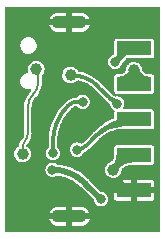
<source format=gbr>
%TF.GenerationSoftware,KiCad,Pcbnew,(6.0.5-0)*%
%TF.CreationDate,2025-01-27T20:14:51-05:00*%
%TF.ProjectId,PICOGAUGEADAPTER,5049434f-4741-4554-9745-414441505445,rev?*%
%TF.SameCoordinates,Original*%
%TF.FileFunction,Copper,L2,Bot*%
%TF.FilePolarity,Positive*%
%FSLAX46Y46*%
G04 Gerber Fmt 4.6, Leading zero omitted, Abs format (unit mm)*
G04 Created by KiCad (PCBNEW (6.0.5-0)) date 2025-01-27 20:14:51*
%MOMM*%
%LPD*%
G01*
G04 APERTURE LIST*
%TA.AperFunction,SMDPad,CuDef*%
%ADD10R,2.921000X1.270000*%
%TD*%
%TA.AperFunction,ComponentPad*%
%ADD11O,3.000000X1.100000*%
%TD*%
%TA.AperFunction,ViaPad*%
%ADD12C,0.800000*%
%TD*%
%TA.AperFunction,ViaPad*%
%ADD13C,1.000000*%
%TD*%
%TA.AperFunction,Conductor*%
%ADD14C,0.300000*%
%TD*%
%TA.AperFunction,Conductor*%
%ADD15C,0.500000*%
%TD*%
%TA.AperFunction,Conductor*%
%ADD16C,0.203200*%
%TD*%
G04 APERTURE END LIST*
D10*
%TO.P,J1,1,1*%
%TO.N,+12V*%
X161370000Y-85750002D03*
%TO.P,J1,2,2*%
%TO.N,ELM_RX*%
X161370000Y-88750001D03*
%TO.P,J1,3,3*%
%TO.N,ELM_TX*%
X161370000Y-91750000D03*
%TO.P,J1,4,4*%
%TO.N,+5V*%
X161370000Y-94749999D03*
%TO.P,J1,5,5*%
%TO.N,GND*%
X161370000Y-97749998D03*
D11*
%TO.P,J1,6,P1*%
X155900000Y-99965000D03*
%TO.P,J1,7,P2*%
X155900000Y-83535000D03*
%TD*%
D12*
%TO.N,GND*%
X159210500Y-93250795D03*
%TO.N,+12V*%
X159765000Y-86885000D03*
X154460000Y-96010000D03*
X158570000Y-98520000D03*
D13*
%TO.N,GND*%
X162500000Y-100090000D03*
X159420000Y-97300000D03*
X160570000Y-83110000D03*
X152010000Y-100360000D03*
X153140000Y-94650000D03*
X152430000Y-84250000D03*
X156680000Y-92970000D03*
D12*
%TO.N,+5V*%
X159950000Y-90410000D03*
D13*
X159610000Y-96010000D03*
X156000000Y-87996741D03*
%TO.N,ELM_RX*%
X161370000Y-87600000D03*
D12*
%TO.N,ELM_TX*%
X156531608Y-94309520D03*
%TO.N,/RP_RX*%
X154500000Y-94610000D03*
X157020000Y-90250000D03*
D13*
%TO.N,Net-(S1-Pad2)*%
X151930000Y-94670000D03*
X153096464Y-87506464D03*
%TD*%
D14*
%TO.N,ELM_TX*%
X158174903Y-93105097D02*
X158228923Y-93051077D01*
X161370000Y-91750014D02*
G75*
G03*
X158228923Y-93051077I0J-4442186D01*
G01*
X157700000Y-93580000D02*
X158174903Y-93105097D01*
X160360000Y-92200002D02*
G75*
G03*
X158174903Y-93105097I0J-3090198D01*
G01*
X157280810Y-93999191D02*
X157700000Y-93580000D01*
X157280803Y-93999184D02*
G75*
G02*
X156531608Y-94309520I-749203J749184D01*
G01*
D15*
%TO.N,+12V*%
X159765000Y-86885000D02*
X159695000Y-86955000D01*
X157191371Y-97141371D02*
X157330000Y-97280000D01*
X160567657Y-86082344D02*
X159765000Y-86885000D01*
X157330000Y-97280000D02*
X158570000Y-98520000D01*
X160567654Y-86082341D02*
G75*
G02*
X161370000Y-85750002I802346J-802359D01*
G01*
X157191362Y-97141380D02*
G75*
G03*
X154460000Y-96010000I-2731362J-2731320D01*
G01*
%TO.N,GND*%
X160345732Y-97325733D02*
X159940000Y-96920000D01*
X159420000Y-97300000D02*
X159739290Y-97300000D01*
X159420000Y-97300000D02*
X159662812Y-97300000D01*
X159420000Y-97300000D02*
X159701005Y-97018995D01*
X159662812Y-97300000D02*
X160416087Y-96546725D01*
X160345740Y-97325725D02*
G75*
G03*
X161370000Y-97749998I1024260J1024225D01*
G01*
X159860003Y-97250003D02*
G75*
G02*
X159739290Y-97300000I-120703J120703D01*
G01*
X160510010Y-96320000D02*
G75*
G02*
X160416087Y-96546725I-320610J0D01*
G01*
X159940000Y-96920003D02*
G75*
G03*
X159701005Y-97018995I0J-337997D01*
G01*
D14*
%TO.N,+5V*%
X159355000Y-89975000D02*
X159373726Y-89993726D01*
X159355000Y-89975000D02*
X158350244Y-88970244D01*
D15*
X159610000Y-96010000D02*
X159931385Y-95688615D01*
D14*
X159676863Y-90296863D02*
X159355000Y-89975000D01*
D15*
X160160000Y-94682183D02*
X160160000Y-94680000D01*
X160159992Y-94682183D02*
G75*
G02*
X159609999Y-96009999I-1877792J-17D01*
G01*
D14*
X159676858Y-90296868D02*
G75*
G03*
X159950000Y-90410000I273142J273168D01*
G01*
X156000000Y-87996745D02*
G75*
G02*
X158350244Y-88970244I0J-3323755D01*
G01*
X159920000Y-90219984D02*
G75*
G02*
X159373727Y-89993725I0J772584D01*
G01*
D15*
X161280000Y-95129992D02*
G75*
G03*
X159931385Y-95688615I0J-1907208D01*
G01*
%TO.N,ELM_RX*%
X161370000Y-88750001D02*
X161370000Y-87600000D01*
X161370000Y-87600000D02*
X160911127Y-88058873D01*
X161370000Y-87600000D02*
X161835944Y-88065944D01*
X161370000Y-88750001D02*
X160189999Y-88750001D01*
X160160000Y-88369986D02*
G75*
G03*
X160911127Y-88058873I0J1062286D01*
G01*
X162570000Y-88370003D02*
G75*
G02*
X161835944Y-88065944I0J1038103D01*
G01*
D14*
%TO.N,/RP_RX*%
X154500000Y-93680193D02*
X154500000Y-94610000D01*
X157020000Y-90250000D02*
X156600832Y-90250000D01*
X154499998Y-93680193D02*
G75*
G02*
X155780001Y-90590001I4370202J-7D01*
G01*
X155779990Y-90589990D02*
G75*
G02*
X156600832Y-90250000I820810J-820810D01*
G01*
D16*
%TO.N,Net-(S1-Pad2)*%
X153244521Y-88634521D02*
X153244521Y-87654521D01*
X153244521Y-87654521D02*
X153096464Y-87506464D01*
X152830000Y-89620000D02*
X152840793Y-89609207D01*
X151930000Y-94670000D02*
X151930000Y-94026274D01*
X152380000Y-92939879D02*
X152380000Y-90706396D01*
X152830001Y-89620001D02*
G75*
G03*
X152380000Y-90706396I1086399J-1086399D01*
G01*
X152379990Y-92939879D02*
G75*
G02*
X152089999Y-93639999I-990090J-21D01*
G01*
X152090008Y-93640008D02*
G75*
G03*
X151930000Y-94026274I386292J-386292D01*
G01*
X153244533Y-88634521D02*
G75*
G02*
X152840792Y-89609206I-1378433J21D01*
G01*
%TD*%
%TA.AperFunction,Conductor*%
%TO.N,GND*%
G36*
X163504831Y-82222913D02*
G01*
X163541376Y-82273213D01*
X163546300Y-82304300D01*
X163546300Y-101195700D01*
X163527087Y-101254831D01*
X163476787Y-101291376D01*
X163445700Y-101296300D01*
X150554300Y-101296300D01*
X150495169Y-101277087D01*
X150458624Y-101226787D01*
X150453700Y-101195700D01*
X150453700Y-100222498D01*
X154192278Y-100222498D01*
X154192361Y-100234426D01*
X154216103Y-100304167D01*
X154220863Y-100314282D01*
X154309487Y-100458338D01*
X154316364Y-100467140D01*
X154434696Y-100587978D01*
X154443362Y-100595046D01*
X154585525Y-100686663D01*
X154595535Y-100691632D01*
X154754465Y-100749477D01*
X154765329Y-100752106D01*
X154895921Y-100768603D01*
X154902228Y-100769000D01*
X155630067Y-100769000D01*
X155642957Y-100764812D01*
X155646000Y-100760623D01*
X155646000Y-100753067D01*
X156154000Y-100753067D01*
X156158188Y-100765957D01*
X156162377Y-100769000D01*
X156892544Y-100769000D01*
X156898143Y-100768687D01*
X157023660Y-100754608D01*
X157034567Y-100752130D01*
X157194280Y-100696512D01*
X157204365Y-100691680D01*
X157347791Y-100602058D01*
X157356556Y-100595110D01*
X157476563Y-100475939D01*
X157483566Y-100467228D01*
X157574189Y-100324430D01*
X157579090Y-100314382D01*
X157607708Y-100234011D01*
X157608017Y-100222955D01*
X157596400Y-100219000D01*
X156169933Y-100219000D01*
X156157043Y-100223188D01*
X156154000Y-100227377D01*
X156154000Y-100753067D01*
X155646000Y-100753067D01*
X155646000Y-100234933D01*
X155641812Y-100222043D01*
X155637623Y-100219000D01*
X154203043Y-100219000D01*
X154192278Y-100222498D01*
X150453700Y-100222498D01*
X150453700Y-99707045D01*
X154191983Y-99707045D01*
X154203600Y-99711000D01*
X155630067Y-99711000D01*
X155642957Y-99706812D01*
X155646000Y-99702623D01*
X155646000Y-99695067D01*
X156154000Y-99695067D01*
X156158188Y-99707957D01*
X156162377Y-99711000D01*
X157596957Y-99711000D01*
X157607722Y-99707502D01*
X157607639Y-99695574D01*
X157583897Y-99625833D01*
X157579137Y-99615718D01*
X157490513Y-99471662D01*
X157483636Y-99462860D01*
X157365304Y-99342022D01*
X157356638Y-99334954D01*
X157214475Y-99243337D01*
X157204465Y-99238368D01*
X157045535Y-99180523D01*
X157034671Y-99177894D01*
X156904079Y-99161397D01*
X156897772Y-99161000D01*
X156169933Y-99161000D01*
X156157043Y-99165188D01*
X156154000Y-99169377D01*
X156154000Y-99695067D01*
X155646000Y-99695067D01*
X155646000Y-99176933D01*
X155641812Y-99164043D01*
X155637623Y-99161000D01*
X154907456Y-99161000D01*
X154901857Y-99161313D01*
X154776340Y-99175392D01*
X154765433Y-99177870D01*
X154605720Y-99233488D01*
X154595635Y-99238320D01*
X154452209Y-99327942D01*
X154443444Y-99334890D01*
X154323437Y-99454061D01*
X154316434Y-99462772D01*
X154225811Y-99605570D01*
X154220910Y-99615618D01*
X154192292Y-99695989D01*
X154191983Y-99707045D01*
X150453700Y-99707045D01*
X150453700Y-96010000D01*
X153851091Y-96010000D01*
X153871839Y-96167597D01*
X153932669Y-96314454D01*
X154029436Y-96440564D01*
X154155545Y-96537331D01*
X154302403Y-96598161D01*
X154308939Y-96599021D01*
X154308941Y-96599022D01*
X154453460Y-96618048D01*
X154460000Y-96618909D01*
X154466540Y-96618048D01*
X154611059Y-96599022D01*
X154611061Y-96599021D01*
X154617597Y-96598161D01*
X154764455Y-96537331D01*
X154797922Y-96511651D01*
X154856529Y-96490896D01*
X154873922Y-96491950D01*
X154969529Y-96506132D01*
X155120179Y-96528479D01*
X155129862Y-96530405D01*
X155444795Y-96609292D01*
X155454243Y-96612158D01*
X155741356Y-96714890D01*
X155759930Y-96721536D01*
X155769047Y-96725313D01*
X155895622Y-96785179D01*
X156062538Y-96864125D01*
X156071245Y-96868779D01*
X156092033Y-96881239D01*
X156349724Y-97035695D01*
X156357915Y-97041168D01*
X156564964Y-97194728D01*
X156618697Y-97234580D01*
X156626328Y-97240843D01*
X156843045Y-97437266D01*
X156856719Y-97452462D01*
X156863320Y-97461498D01*
X156869001Y-97465865D01*
X156886443Y-97479273D01*
X156896267Y-97487896D01*
X157941905Y-98533534D01*
X157970509Y-98591538D01*
X157976630Y-98638033D01*
X157981839Y-98677597D01*
X158042669Y-98824454D01*
X158139436Y-98950564D01*
X158265545Y-99047331D01*
X158412403Y-99108161D01*
X158418939Y-99109021D01*
X158418941Y-99109022D01*
X158563460Y-99128048D01*
X158570000Y-99128909D01*
X158576540Y-99128048D01*
X158721059Y-99109022D01*
X158721061Y-99109021D01*
X158727597Y-99108161D01*
X158874455Y-99047331D01*
X159000564Y-98950564D01*
X159097331Y-98824454D01*
X159158161Y-98677597D01*
X159163644Y-98635954D01*
X159178048Y-98526540D01*
X159178909Y-98520000D01*
X159163779Y-98405076D01*
X159655501Y-98405076D01*
X159656465Y-98414859D01*
X159668304Y-98474384D01*
X159675742Y-98492343D01*
X159720871Y-98559883D01*
X159734615Y-98573627D01*
X159802157Y-98618757D01*
X159820111Y-98626194D01*
X159879631Y-98638033D01*
X159889430Y-98638998D01*
X161100067Y-98638998D01*
X161112957Y-98634810D01*
X161116000Y-98630621D01*
X161116000Y-98623064D01*
X161624000Y-98623064D01*
X161628188Y-98635954D01*
X161632377Y-98638997D01*
X162850578Y-98638997D01*
X162860361Y-98638033D01*
X162919886Y-98626194D01*
X162937845Y-98618756D01*
X163005385Y-98573627D01*
X163019129Y-98559883D01*
X163064259Y-98492341D01*
X163071696Y-98474387D01*
X163083535Y-98414867D01*
X163084500Y-98405068D01*
X163084500Y-98019931D01*
X163080312Y-98007041D01*
X163076123Y-98003998D01*
X161639933Y-98003998D01*
X161627043Y-98008186D01*
X161624000Y-98012375D01*
X161624000Y-98623064D01*
X161116000Y-98623064D01*
X161116000Y-98019931D01*
X161111812Y-98007041D01*
X161107623Y-98003998D01*
X159671434Y-98003998D01*
X159658544Y-98008186D01*
X159655501Y-98012375D01*
X159655501Y-98405076D01*
X159163779Y-98405076D01*
X159158161Y-98362403D01*
X159097331Y-98215546D01*
X159000564Y-98089436D01*
X158874455Y-97992669D01*
X158727597Y-97931839D01*
X158721061Y-97930979D01*
X158721059Y-97930978D01*
X158641538Y-97920509D01*
X158583534Y-97891905D01*
X158171694Y-97480065D01*
X159655500Y-97480065D01*
X159659688Y-97492955D01*
X159663877Y-97495998D01*
X161100067Y-97495998D01*
X161112957Y-97491810D01*
X161116000Y-97487621D01*
X161116000Y-97480065D01*
X161624000Y-97480065D01*
X161628188Y-97492955D01*
X161632377Y-97495998D01*
X163068566Y-97495998D01*
X163081456Y-97491810D01*
X163084499Y-97487621D01*
X163084499Y-97094920D01*
X163083535Y-97085137D01*
X163071696Y-97025612D01*
X163064258Y-97007653D01*
X163019129Y-96940113D01*
X163005385Y-96926369D01*
X162937843Y-96881239D01*
X162919889Y-96873802D01*
X162860369Y-96861963D01*
X162850570Y-96860998D01*
X161639933Y-96860998D01*
X161627043Y-96865186D01*
X161624000Y-96869375D01*
X161624000Y-97480065D01*
X161116000Y-97480065D01*
X161116000Y-96876932D01*
X161111812Y-96864042D01*
X161107623Y-96860999D01*
X159908114Y-96860999D01*
X159848983Y-96841786D01*
X159831403Y-96817589D01*
X159807597Y-96873399D01*
X159787679Y-96890913D01*
X159734615Y-96926369D01*
X159720871Y-96940113D01*
X159675741Y-97007655D01*
X159668304Y-97025609D01*
X159656465Y-97085129D01*
X159655500Y-97094928D01*
X159655500Y-97480065D01*
X158171694Y-97480065D01*
X157545077Y-96853448D01*
X157534261Y-96840660D01*
X157525563Y-96828443D01*
X157525562Y-96828442D01*
X157523308Y-96825276D01*
X157520597Y-96822498D01*
X157520593Y-96822493D01*
X157518204Y-96820045D01*
X157518201Y-96820043D01*
X157515486Y-96817260D01*
X157512372Y-96814926D01*
X157509451Y-96812363D01*
X157509481Y-96812329D01*
X157507241Y-96810471D01*
X157238817Y-96564502D01*
X157238814Y-96564500D01*
X157237194Y-96563015D01*
X157146934Y-96493755D01*
X156939907Y-96334895D01*
X156939897Y-96334888D01*
X156938165Y-96333559D01*
X156936321Y-96332384D01*
X156936315Y-96332380D01*
X156622117Y-96132211D01*
X156622109Y-96132206D01*
X156620275Y-96131038D01*
X156618344Y-96130033D01*
X156618334Y-96130027D01*
X156373508Y-96002577D01*
X158901171Y-96002577D01*
X158901836Y-96008601D01*
X158901836Y-96008605D01*
X158903266Y-96021553D01*
X158919861Y-96171871D01*
X158978394Y-96331819D01*
X158981780Y-96336858D01*
X159054166Y-96444580D01*
X159073390Y-96473189D01*
X159199366Y-96587818D01*
X159349048Y-96669089D01*
X159354918Y-96670629D01*
X159507928Y-96710770D01*
X159507931Y-96710770D01*
X159513796Y-96712309D01*
X159596710Y-96713612D01*
X159678033Y-96714890D01*
X159678035Y-96714890D01*
X159684097Y-96714985D01*
X159690006Y-96713632D01*
X159690012Y-96713631D01*
X159709331Y-96709206D01*
X159771259Y-96714733D01*
X159812438Y-96750656D01*
X159812438Y-96729312D01*
X159848983Y-96679012D01*
X159862913Y-96670526D01*
X159978965Y-96612158D01*
X160002282Y-96600431D01*
X160006894Y-96596492D01*
X160006897Y-96596490D01*
X160127184Y-96493755D01*
X160131796Y-96489816D01*
X160170946Y-96435333D01*
X160227649Y-96356423D01*
X160227651Y-96356420D01*
X160231186Y-96351500D01*
X160294714Y-96193469D01*
X160303433Y-96132211D01*
X160318248Y-96028111D01*
X160318713Y-96024845D01*
X160318868Y-96010000D01*
X160318472Y-96006724D01*
X160318291Y-96003450D01*
X160319957Y-96003358D01*
X160330766Y-95948312D01*
X160352328Y-95921618D01*
X160390197Y-95888407D01*
X160400620Y-95880408D01*
X160547763Y-95782089D01*
X160559148Y-95775516D01*
X160717844Y-95697254D01*
X160730001Y-95692218D01*
X160764002Y-95680676D01*
X160897560Y-95635338D01*
X160910265Y-95631934D01*
X161083806Y-95597414D01*
X161096853Y-95595696D01*
X161200331Y-95588914D01*
X161206910Y-95588699D01*
X162850564Y-95588699D01*
X162909980Y-95576880D01*
X162977360Y-95531859D01*
X163022381Y-95464479D01*
X163034200Y-95405063D01*
X163034200Y-94094935D01*
X163022381Y-94035519D01*
X162977360Y-93968139D01*
X162909980Y-93923118D01*
X162850564Y-93911299D01*
X159889436Y-93911299D01*
X159830020Y-93923118D01*
X159762640Y-93968139D01*
X159717619Y-94035519D01*
X159705800Y-94094935D01*
X159705800Y-94642273D01*
X159704602Y-94657747D01*
X159701669Y-94676587D01*
X159702598Y-94683688D01*
X159703714Y-94692224D01*
X159704348Y-94711848D01*
X159694541Y-94861494D01*
X159692823Y-94874540D01*
X159660841Y-95035333D01*
X159659055Y-95044310D01*
X159655651Y-95057014D01*
X159600014Y-95220920D01*
X159594978Y-95233078D01*
X159584073Y-95255191D01*
X159540689Y-95299727D01*
X159517333Y-95308517D01*
X159362908Y-95345591D01*
X159357522Y-95348371D01*
X159357519Y-95348372D01*
X159247683Y-95405063D01*
X159211557Y-95423709D01*
X159164821Y-95464479D01*
X159087780Y-95531686D01*
X159087778Y-95531689D01*
X159083208Y-95535675D01*
X159079720Y-95540638D01*
X159079719Y-95540639D01*
X159040722Y-95596127D01*
X158985272Y-95675024D01*
X158983069Y-95680673D01*
X158983068Y-95680676D01*
X158931832Y-95812090D01*
X158923402Y-95833712D01*
X158901171Y-96002577D01*
X156373508Y-96002577D01*
X156287900Y-95958012D01*
X156287896Y-95958010D01*
X156285944Y-95956994D01*
X155937716Y-95812752D01*
X155819620Y-95775516D01*
X155580329Y-95700067D01*
X155580322Y-95700065D01*
X155578241Y-95699409D01*
X155576102Y-95698935D01*
X155576099Y-95698934D01*
X155212414Y-95618306D01*
X155212405Y-95618304D01*
X155210256Y-95617828D01*
X155208073Y-95617541D01*
X155208064Y-95617539D01*
X154911473Y-95578491D01*
X154863363Y-95558564D01*
X154764455Y-95482669D01*
X154617597Y-95421839D01*
X154611061Y-95420979D01*
X154611059Y-95420978D01*
X154545688Y-95412372D01*
X154489571Y-95385606D01*
X154478385Y-95365004D01*
X154449183Y-95395776D01*
X154414312Y-95407106D01*
X154392990Y-95409913D01*
X154308941Y-95420978D01*
X154308939Y-95420979D01*
X154302403Y-95421839D01*
X154222922Y-95454761D01*
X154161636Y-95480146D01*
X154161633Y-95480148D01*
X154155546Y-95482669D01*
X154029436Y-95579436D01*
X153932669Y-95705546D01*
X153871839Y-95852403D01*
X153851091Y-96010000D01*
X150453700Y-96010000D01*
X150453700Y-94662577D01*
X151221171Y-94662577D01*
X151221836Y-94668601D01*
X151221836Y-94668605D01*
X151229150Y-94734853D01*
X151239861Y-94831871D01*
X151298394Y-94991819D01*
X151301780Y-94996858D01*
X151342208Y-95057021D01*
X151393390Y-95133189D01*
X151519366Y-95247818D01*
X151669048Y-95329089D01*
X151674918Y-95330629D01*
X151827928Y-95370770D01*
X151827931Y-95370770D01*
X151833796Y-95372309D01*
X151916710Y-95373612D01*
X151998033Y-95374890D01*
X151998035Y-95374890D01*
X152004097Y-95374985D01*
X152010008Y-95373631D01*
X152010010Y-95373631D01*
X152164210Y-95338314D01*
X152164213Y-95338313D01*
X152170120Y-95336960D01*
X152322282Y-95260431D01*
X152326894Y-95256492D01*
X152326897Y-95256490D01*
X152447184Y-95153755D01*
X152451796Y-95149816D01*
X152527610Y-95044310D01*
X152547649Y-95016423D01*
X152547651Y-95016420D01*
X152551186Y-95011500D01*
X152614714Y-94853469D01*
X152626069Y-94773689D01*
X152634870Y-94711848D01*
X152638713Y-94684845D01*
X152638868Y-94670000D01*
X152631607Y-94610000D01*
X153891091Y-94610000D01*
X153891952Y-94616540D01*
X153908746Y-94744100D01*
X153911839Y-94767597D01*
X153938462Y-94831871D01*
X153953457Y-94868071D01*
X153972669Y-94914454D01*
X154069436Y-95040564D01*
X154195545Y-95137331D01*
X154342403Y-95198161D01*
X154348939Y-95199021D01*
X154348941Y-95199022D01*
X154414312Y-95207628D01*
X154470429Y-95234394D01*
X154481615Y-95254996D01*
X154510817Y-95224224D01*
X154545688Y-95212894D01*
X154585688Y-95207628D01*
X154651059Y-95199022D01*
X154651061Y-95199021D01*
X154657597Y-95198161D01*
X154804455Y-95137331D01*
X154930564Y-95040564D01*
X155027331Y-94914454D01*
X155046544Y-94868071D01*
X155061538Y-94831871D01*
X155088161Y-94767597D01*
X155091255Y-94744100D01*
X155108048Y-94616540D01*
X155108909Y-94610000D01*
X155094392Y-94499731D01*
X155089022Y-94458941D01*
X155089021Y-94458939D01*
X155088161Y-94452403D01*
X155053247Y-94368112D01*
X155029854Y-94311636D01*
X155029852Y-94311633D01*
X155027331Y-94305546D01*
X154930564Y-94179436D01*
X154893058Y-94150657D01*
X154857843Y-94099419D01*
X154853700Y-94070846D01*
X154853700Y-93715952D01*
X154854939Y-93700215D01*
X154856871Y-93688018D01*
X154856871Y-93688011D01*
X154858109Y-93680194D01*
X154856235Y-93668360D01*
X154855093Y-93648242D01*
X154860510Y-93524188D01*
X154868792Y-93334510D01*
X154869556Y-93325777D01*
X154871447Y-93311418D01*
X154912082Y-93002769D01*
X154914146Y-92987092D01*
X154915670Y-92978449D01*
X154954287Y-92804257D01*
X154989609Y-92644930D01*
X154991874Y-92636475D01*
X155094605Y-92310655D01*
X155097606Y-92302411D01*
X155131240Y-92221211D01*
X155228334Y-91986806D01*
X155232042Y-91978854D01*
X155389781Y-91675842D01*
X155394169Y-91668242D01*
X155577716Y-91380131D01*
X155582750Y-91372942D01*
X155707732Y-91210062D01*
X155790707Y-91101927D01*
X155796347Y-91095205D01*
X155796594Y-91094936D01*
X156008506Y-90863674D01*
X156023545Y-90850251D01*
X156026815Y-90847875D01*
X156033221Y-90843221D01*
X156037875Y-90836816D01*
X156039861Y-90834830D01*
X156053373Y-90820214D01*
X156120382Y-90762982D01*
X156133150Y-90753705D01*
X156227645Y-90695799D01*
X156241700Y-90688638D01*
X156344089Y-90646228D01*
X156359104Y-90641350D01*
X156464674Y-90616007D01*
X156526657Y-90620886D01*
X156567969Y-90652588D01*
X156585419Y-90675330D01*
X156585422Y-90675333D01*
X156589436Y-90680564D01*
X156715545Y-90777331D01*
X156862403Y-90838161D01*
X156868939Y-90839021D01*
X156868941Y-90839022D01*
X157013460Y-90858048D01*
X157020000Y-90858909D01*
X157026540Y-90858048D01*
X157171059Y-90839022D01*
X157171061Y-90839021D01*
X157177597Y-90838161D01*
X157324455Y-90777331D01*
X157450564Y-90680564D01*
X157454702Y-90675172D01*
X157505890Y-90608461D01*
X157547331Y-90554454D01*
X157608161Y-90407597D01*
X157616793Y-90342035D01*
X157628048Y-90256540D01*
X157628909Y-90250000D01*
X157620374Y-90185169D01*
X157609022Y-90098941D01*
X157609021Y-90098939D01*
X157608161Y-90092403D01*
X157569927Y-90000097D01*
X157549854Y-89951636D01*
X157549852Y-89951633D01*
X157547331Y-89945546D01*
X157450564Y-89819436D01*
X157324455Y-89722669D01*
X157177597Y-89661839D01*
X157171061Y-89660979D01*
X157171059Y-89660978D01*
X157026540Y-89641952D01*
X157020000Y-89641091D01*
X157013460Y-89641952D01*
X156868941Y-89660978D01*
X156868939Y-89660979D01*
X156862403Y-89661839D01*
X156778112Y-89696753D01*
X156721636Y-89720146D01*
X156721633Y-89720148D01*
X156715546Y-89722669D01*
X156589436Y-89819436D01*
X156557104Y-89861572D01*
X156505868Y-89896786D01*
X156483873Y-89900714D01*
X156402728Y-89906030D01*
X156399495Y-89906673D01*
X156211241Y-89944115D01*
X156211238Y-89944116D01*
X156208004Y-89944759D01*
X156204885Y-89945818D01*
X156204884Y-89945818D01*
X156023115Y-90007517D01*
X156023111Y-90007519D01*
X156020002Y-90008574D01*
X155933109Y-90051423D01*
X155844889Y-90094927D01*
X155844886Y-90094929D01*
X155841937Y-90096383D01*
X155839204Y-90098209D01*
X155839199Y-90098212D01*
X155828223Y-90105546D01*
X155676858Y-90206684D01*
X155674379Y-90208858D01*
X155540356Y-90326392D01*
X155533192Y-90332116D01*
X155533180Y-90332128D01*
X155526779Y-90336779D01*
X155522960Y-90342035D01*
X155520158Y-90345066D01*
X155520133Y-90345079D01*
X155519291Y-90345956D01*
X155518934Y-90346390D01*
X155408840Y-90465490D01*
X155275346Y-90609903D01*
X155045535Y-90901416D01*
X154839305Y-91210062D01*
X154657926Y-91533936D01*
X154502518Y-91871043D01*
X154501841Y-91872877D01*
X154501836Y-91872890D01*
X154418456Y-92098900D01*
X154374037Y-92219303D01*
X154373499Y-92221211D01*
X154282497Y-92543881D01*
X154273277Y-92576571D01*
X154272891Y-92578512D01*
X154272889Y-92578520D01*
X154263867Y-92623876D01*
X154200858Y-92940643D01*
X154157227Y-93309274D01*
X154143137Y-93667868D01*
X154143083Y-93668411D01*
X154143064Y-93669380D01*
X154143074Y-93669456D01*
X154142904Y-93673794D01*
X154141891Y-93680192D01*
X154143129Y-93688009D01*
X154143129Y-93688015D01*
X154145061Y-93700213D01*
X154146300Y-93715950D01*
X154146300Y-94070846D01*
X154127087Y-94129977D01*
X154106942Y-94150657D01*
X154069436Y-94179436D01*
X153972669Y-94305546D01*
X153970148Y-94311633D01*
X153970146Y-94311636D01*
X153946753Y-94368112D01*
X153911839Y-94452403D01*
X153910979Y-94458939D01*
X153910978Y-94458941D01*
X153905608Y-94499731D01*
X153891091Y-94610000D01*
X152631607Y-94610000D01*
X152618406Y-94500911D01*
X152613549Y-94488056D01*
X152560346Y-94347260D01*
X152560345Y-94347259D01*
X152558201Y-94341584D01*
X152461730Y-94201217D01*
X152371087Y-94120457D01*
X152339090Y-94091949D01*
X152339089Y-94091948D01*
X152334561Y-94087914D01*
X152298667Y-94068909D01*
X152255399Y-94024260D01*
X152246639Y-93962706D01*
X152252800Y-93941501D01*
X152262522Y-93918032D01*
X152275649Y-93895294D01*
X152287092Y-93880381D01*
X152296692Y-93871399D01*
X152295776Y-93870483D01*
X152302001Y-93864258D01*
X152309210Y-93859210D01*
X152313412Y-93853209D01*
X152315536Y-93850722D01*
X152315954Y-93850304D01*
X152316548Y-93849537D01*
X152359125Y-93799686D01*
X152441137Y-93703661D01*
X152450725Y-93688015D01*
X152545611Y-93533173D01*
X152545613Y-93533168D01*
X152547675Y-93529804D01*
X152601383Y-93400138D01*
X152624193Y-93345069D01*
X152624195Y-93345064D01*
X152625704Y-93341420D01*
X152671485Y-93150718D01*
X152672380Y-93146991D01*
X152672381Y-93146987D01*
X152673302Y-93143149D01*
X152678037Y-93082967D01*
X152684348Y-93002769D01*
X152684756Y-93000214D01*
X152684673Y-93000206D01*
X152685060Y-92996258D01*
X152685300Y-92993811D01*
X152685300Y-92991350D01*
X152685316Y-92991023D01*
X152685506Y-92988044D01*
X152686869Y-92970724D01*
X152688343Y-92951990D01*
X152688483Y-92950892D01*
X152688483Y-92950211D01*
X152688721Y-92947186D01*
X152690010Y-92939872D01*
X152686829Y-92921833D01*
X152685300Y-92904363D01*
X152685300Y-90741912D01*
X152686828Y-90724443D01*
X152688482Y-90715063D01*
X152690010Y-90706397D01*
X152688482Y-90697730D01*
X152688482Y-90690246D01*
X152687758Y-90675172D01*
X152699836Y-90521701D01*
X152702306Y-90506109D01*
X152743707Y-90333666D01*
X152748585Y-90318653D01*
X152816452Y-90154806D01*
X152823619Y-90140740D01*
X152849234Y-90098941D01*
X152916282Y-89989530D01*
X152925559Y-89976760D01*
X153025545Y-89859692D01*
X153036691Y-89849568D01*
X153042000Y-89844259D01*
X153049210Y-89839210D01*
X153053653Y-89832864D01*
X153060002Y-89828419D01*
X153065053Y-89821206D01*
X153066411Y-89819848D01*
X153069401Y-89816039D01*
X153202581Y-89664180D01*
X153202583Y-89664177D01*
X153204753Y-89661703D01*
X153206580Y-89658969D01*
X153325549Y-89480922D01*
X153325552Y-89480917D01*
X153327376Y-89478187D01*
X153338928Y-89454763D01*
X153423541Y-89283190D01*
X153423543Y-89283186D01*
X153424997Y-89280237D01*
X153437004Y-89244869D01*
X153494888Y-89074354D01*
X153495946Y-89071238D01*
X153539007Y-88854766D01*
X153552444Y-88649809D01*
X153553003Y-88645174D01*
X153553003Y-88643191D01*
X153554531Y-88634526D01*
X153551349Y-88616478D01*
X153549821Y-88599011D01*
X153549821Y-88091109D01*
X153569034Y-88031978D01*
X153585087Y-88014612D01*
X153613648Y-87990219D01*
X153614703Y-87989318D01*
X155291171Y-87989318D01*
X155291836Y-87995342D01*
X155291836Y-87995346D01*
X155302296Y-88090087D01*
X155309861Y-88158612D01*
X155368394Y-88318560D01*
X155371780Y-88323599D01*
X155434958Y-88417618D01*
X155463390Y-88459930D01*
X155589366Y-88574559D01*
X155594693Y-88577451D01*
X155594694Y-88577452D01*
X155601422Y-88581105D01*
X155739048Y-88655830D01*
X155744918Y-88657370D01*
X155897928Y-88697511D01*
X155897931Y-88697511D01*
X155903796Y-88699050D01*
X155986710Y-88700353D01*
X156068033Y-88701631D01*
X156068035Y-88701631D01*
X156074097Y-88701726D01*
X156080008Y-88700372D01*
X156080010Y-88700372D01*
X156234210Y-88665055D01*
X156234213Y-88665054D01*
X156240120Y-88663701D01*
X156392282Y-88587172D01*
X156396894Y-88583233D01*
X156396897Y-88583231D01*
X156517184Y-88480496D01*
X156521796Y-88476557D01*
X156532765Y-88461292D01*
X156582873Y-88424484D01*
X156638903Y-88422411D01*
X156794124Y-88461292D01*
X156857368Y-88477134D01*
X156866815Y-88480000D01*
X157131933Y-88574861D01*
X157141049Y-88578636D01*
X157395611Y-88699034D01*
X157404293Y-88703674D01*
X157645835Y-88848448D01*
X157654039Y-88853930D01*
X157711615Y-88896631D01*
X157880206Y-89021666D01*
X157887835Y-89027927D01*
X157935622Y-89071238D01*
X158076670Y-89199076D01*
X158090498Y-89214485D01*
X158097023Y-89223466D01*
X158113425Y-89235382D01*
X158125420Y-89245628D01*
X159064962Y-90185169D01*
X159064967Y-90185175D01*
X159098350Y-90218558D01*
X159108599Y-90230558D01*
X159115861Y-90240552D01*
X159115863Y-90240554D01*
X159120517Y-90246959D01*
X159126921Y-90251611D01*
X159126950Y-90251640D01*
X159133048Y-90256446D01*
X159151891Y-90272538D01*
X159157695Y-90277903D01*
X159324722Y-90444930D01*
X159353326Y-90502933D01*
X159357983Y-90538312D01*
X159360109Y-90554454D01*
X159361839Y-90567597D01*
X159378956Y-90608921D01*
X159419332Y-90706397D01*
X159422669Y-90714454D01*
X159519436Y-90840564D01*
X159645545Y-90937331D01*
X159653900Y-90940792D01*
X159655232Y-90941929D01*
X159657348Y-90943151D01*
X159657122Y-90943543D01*
X159701178Y-90981169D01*
X159715693Y-91041625D01*
X159714070Y-91053361D01*
X159705800Y-91094936D01*
X159705800Y-91624200D01*
X159686587Y-91683331D01*
X159640020Y-91718581D01*
X159589266Y-91737305D01*
X159535155Y-91757267D01*
X159535145Y-91757271D01*
X159533294Y-91757954D01*
X159191052Y-91915728D01*
X158862244Y-92099867D01*
X158548897Y-92309237D01*
X158547347Y-92310459D01*
X158547340Y-92310464D01*
X158547094Y-92310658D01*
X158252942Y-92542546D01*
X157984925Y-92790293D01*
X157984852Y-92790354D01*
X157984650Y-92790548D01*
X157980577Y-92794313D01*
X157975704Y-92797854D01*
X157971052Y-92804257D01*
X157970323Y-92805260D01*
X157956495Y-92820667D01*
X157929788Y-92844873D01*
X157929787Y-92844875D01*
X157923601Y-92850481D01*
X157921682Y-92851875D01*
X157917027Y-92858282D01*
X157909769Y-92868272D01*
X157899517Y-92880276D01*
X157489825Y-93289968D01*
X157055987Y-93723807D01*
X157043990Y-93734054D01*
X157027585Y-93745973D01*
X157022931Y-93752379D01*
X157017331Y-93757979D01*
X157017182Y-93757830D01*
X157007415Y-93768191D01*
X156977522Y-93792724D01*
X156919624Y-93815385D01*
X156859465Y-93799686D01*
X156852463Y-93794772D01*
X156841295Y-93786203D01*
X156841292Y-93786201D01*
X156836063Y-93782189D01*
X156829976Y-93779668D01*
X156829973Y-93779666D01*
X156708625Y-93729403D01*
X156689205Y-93721359D01*
X156682669Y-93720499D01*
X156682667Y-93720498D01*
X156538148Y-93701472D01*
X156531608Y-93700611D01*
X156525068Y-93701472D01*
X156380549Y-93720498D01*
X156380547Y-93720499D01*
X156374011Y-93721359D01*
X156289720Y-93756273D01*
X156233244Y-93779666D01*
X156233241Y-93779668D01*
X156227154Y-93782189D01*
X156101044Y-93878956D01*
X156004277Y-94005066D01*
X156001756Y-94011153D01*
X156001754Y-94011156D01*
X155979972Y-94063743D01*
X155943447Y-94151923D01*
X155942587Y-94158459D01*
X155942586Y-94158461D01*
X155928647Y-94264342D01*
X155922699Y-94309520D01*
X155923560Y-94316060D01*
X155942371Y-94458941D01*
X155943447Y-94467117D01*
X156004277Y-94613974D01*
X156101044Y-94740084D01*
X156227153Y-94836851D01*
X156374011Y-94897681D01*
X156380547Y-94898541D01*
X156380549Y-94898542D01*
X156525068Y-94917568D01*
X156531608Y-94918429D01*
X156538148Y-94917568D01*
X156682667Y-94898542D01*
X156682669Y-94898541D01*
X156689205Y-94897681D01*
X156836063Y-94836851D01*
X156962172Y-94740084D01*
X157058939Y-94613974D01*
X157069597Y-94588243D01*
X157109976Y-94540966D01*
X157118044Y-94536517D01*
X157236789Y-94477957D01*
X157236791Y-94477956D01*
X157239739Y-94476502D01*
X157393773Y-94373578D01*
X157482270Y-94295967D01*
X157486359Y-94292880D01*
X157487002Y-94292571D01*
X157490985Y-94289223D01*
X157495974Y-94284234D01*
X157500778Y-94279735D01*
X157518330Y-94264342D01*
X157525528Y-94258590D01*
X157527630Y-94257063D01*
X157527631Y-94257062D01*
X157534035Y-94252409D01*
X157545949Y-94236011D01*
X157556201Y-94224007D01*
X158399726Y-93380482D01*
X158411730Y-93370230D01*
X158421717Y-93362974D01*
X158428124Y-93358319D01*
X158434031Y-93350189D01*
X158448378Y-93334315D01*
X158453058Y-93330133D01*
X158481195Y-93304987D01*
X158481333Y-93305141D01*
X158482906Y-93304338D01*
X158482469Y-93303849D01*
X158649615Y-93154479D01*
X158658435Y-93147446D01*
X158659077Y-93146991D01*
X158809428Y-93040311D01*
X158899484Y-92976413D01*
X158909036Y-92970410D01*
X159093842Y-92868272D01*
X159167743Y-92827428D01*
X159177904Y-92822536D01*
X159450977Y-92709426D01*
X159461619Y-92705702D01*
X159745648Y-92623874D01*
X159756630Y-92621367D01*
X159940530Y-92590121D01*
X159957382Y-92588700D01*
X162850564Y-92588700D01*
X162909980Y-92576881D01*
X162977360Y-92531860D01*
X163022381Y-92464480D01*
X163034200Y-92405064D01*
X163034200Y-91094936D01*
X163022381Y-91035520D01*
X162977360Y-90968140D01*
X162909980Y-90923119D01*
X162850564Y-90911300D01*
X160530283Y-90911300D01*
X160471152Y-90892087D01*
X160434607Y-90841787D01*
X160434607Y-90779613D01*
X160450471Y-90749459D01*
X160456263Y-90741910D01*
X160477331Y-90714454D01*
X160480669Y-90706397D01*
X160521044Y-90608921D01*
X160538161Y-90567597D01*
X160539892Y-90554454D01*
X160558048Y-90416540D01*
X160558909Y-90410000D01*
X160550535Y-90346390D01*
X160539022Y-90258941D01*
X160539021Y-90258939D01*
X160538161Y-90252403D01*
X160477331Y-90105546D01*
X160402111Y-90007517D01*
X160384578Y-89984667D01*
X160384577Y-89984666D01*
X160380564Y-89979436D01*
X160254455Y-89882669D01*
X160107597Y-89821839D01*
X160101061Y-89820979D01*
X160101059Y-89820978D01*
X159956540Y-89801952D01*
X159950000Y-89801091D01*
X159792403Y-89821839D01*
X159791918Y-89822040D01*
X159732391Y-89818921D01*
X159721022Y-89813725D01*
X159696029Y-89800367D01*
X159679634Y-89789413D01*
X159669177Y-89780832D01*
X159647127Y-89762737D01*
X159637333Y-89752350D01*
X159637187Y-89752496D01*
X159631588Y-89746897D01*
X159626935Y-89740493D01*
X159620533Y-89735842D01*
X159620531Y-89735840D01*
X159610545Y-89728586D01*
X159598538Y-89718331D01*
X158625630Y-88745423D01*
X158615378Y-88733419D01*
X158608120Y-88723429D01*
X158603465Y-88717022D01*
X158597059Y-88712368D01*
X158594805Y-88710114D01*
X158592778Y-88708458D01*
X158587563Y-88703679D01*
X158366068Y-88500717D01*
X158269548Y-88426655D01*
X159705150Y-88426655D01*
X159705731Y-88428787D01*
X159705800Y-88429894D01*
X159705800Y-89405065D01*
X159717619Y-89464481D01*
X159762640Y-89531861D01*
X159830020Y-89576882D01*
X159889436Y-89588701D01*
X162850564Y-89588701D01*
X162909980Y-89576882D01*
X162977360Y-89531861D01*
X163022381Y-89464481D01*
X163034200Y-89405065D01*
X163034200Y-88094937D01*
X163022381Y-88035521D01*
X162977360Y-87968141D01*
X162909980Y-87923120D01*
X162850564Y-87911301D01*
X162524157Y-87911301D01*
X162514298Y-87910817D01*
X162465844Y-87906045D01*
X162446505Y-87902198D01*
X162355838Y-87874693D01*
X162337618Y-87867146D01*
X162254059Y-87822482D01*
X162237662Y-87811525D01*
X162183449Y-87767033D01*
X162173481Y-87756487D01*
X162173228Y-87756734D01*
X162168222Y-87751604D01*
X162163995Y-87745818D01*
X162140870Y-87728041D01*
X162131047Y-87719419D01*
X162107500Y-87695872D01*
X162079274Y-87640474D01*
X162078340Y-87617467D01*
X162078713Y-87614845D01*
X162078868Y-87600000D01*
X162063519Y-87473161D01*
X162059135Y-87436933D01*
X162059134Y-87436931D01*
X162058406Y-87430911D01*
X162053549Y-87418056D01*
X162000346Y-87277260D01*
X162000345Y-87277259D01*
X161998201Y-87271584D01*
X161901730Y-87131217D01*
X161774561Y-87017914D01*
X161624036Y-86938215D01*
X161458845Y-86896722D01*
X161452788Y-86896690D01*
X161452786Y-86896690D01*
X161369622Y-86896255D01*
X161288525Y-86895830D01*
X161282629Y-86897246D01*
X161282625Y-86897246D01*
X161128806Y-86934175D01*
X161122908Y-86935591D01*
X161117522Y-86938371D01*
X161117519Y-86938372D01*
X160976945Y-87010928D01*
X160971557Y-87013709D01*
X160938442Y-87042597D01*
X160847780Y-87121686D01*
X160847778Y-87121689D01*
X160843208Y-87125675D01*
X160839720Y-87130638D01*
X160839719Y-87130639D01*
X160798383Y-87189454D01*
X160745272Y-87265024D01*
X160743069Y-87270673D01*
X160743068Y-87270676D01*
X160687839Y-87412331D01*
X160683402Y-87423712D01*
X160661171Y-87592577D01*
X160661836Y-87598601D01*
X160661836Y-87598602D01*
X160663289Y-87611768D01*
X160650679Y-87672650D01*
X160634431Y-87693940D01*
X160620816Y-87707555D01*
X160609023Y-87717654D01*
X160591008Y-87730814D01*
X160586643Y-87736492D01*
X160584141Y-87739747D01*
X160568202Y-87756200D01*
X160505758Y-87807444D01*
X160489361Y-87818400D01*
X160481724Y-87822482D01*
X160401624Y-87865294D01*
X160383411Y-87872838D01*
X160308035Y-87895702D01*
X160288206Y-87901717D01*
X160268865Y-87905564D01*
X160215527Y-87910817D01*
X160205667Y-87911301D01*
X159889436Y-87911301D01*
X159830020Y-87923120D01*
X159762640Y-87968141D01*
X159717619Y-88035521D01*
X159705800Y-88094937D01*
X159705800Y-88390267D01*
X159705783Y-88392110D01*
X159705316Y-88417618D01*
X159705150Y-88426655D01*
X158269548Y-88426655D01*
X158113048Y-88306569D01*
X158113041Y-88306564D01*
X158111305Y-88305232D01*
X157840474Y-88132694D01*
X157782739Y-88102639D01*
X157557591Y-87985435D01*
X157557587Y-87985433D01*
X157555635Y-87984417D01*
X157381446Y-87912266D01*
X157260996Y-87862374D01*
X157260993Y-87862373D01*
X157258958Y-87861530D01*
X156952699Y-87764967D01*
X156950560Y-87764493D01*
X156950557Y-87764492D01*
X156686918Y-87706045D01*
X156633347Y-87674490D01*
X156625785Y-87664810D01*
X156622329Y-87659781D01*
X156531730Y-87527958D01*
X156467394Y-87470637D01*
X156409090Y-87418690D01*
X156409089Y-87418689D01*
X156404561Y-87414655D01*
X156254036Y-87334956D01*
X156088845Y-87293463D01*
X156082788Y-87293431D01*
X156082786Y-87293431D01*
X155999622Y-87292996D01*
X155918525Y-87292571D01*
X155912629Y-87293987D01*
X155912625Y-87293987D01*
X155785447Y-87324520D01*
X155752908Y-87332332D01*
X155747522Y-87335112D01*
X155747519Y-87335113D01*
X155606945Y-87407669D01*
X155601557Y-87410450D01*
X155584604Y-87425239D01*
X155477780Y-87518427D01*
X155477778Y-87518430D01*
X155473208Y-87522416D01*
X155469720Y-87527379D01*
X155469719Y-87527380D01*
X155378760Y-87656802D01*
X155375272Y-87661765D01*
X155373069Y-87667414D01*
X155373068Y-87667417D01*
X155315607Y-87814797D01*
X155313402Y-87820453D01*
X155291171Y-87989318D01*
X153614703Y-87989318D01*
X153618260Y-87986280D01*
X153665034Y-87921187D01*
X153714113Y-87852887D01*
X153714115Y-87852884D01*
X153717650Y-87847964D01*
X153761153Y-87739747D01*
X153778916Y-87695561D01*
X153778917Y-87695558D01*
X153781178Y-87689933D01*
X153782534Y-87680410D01*
X153804712Y-87524575D01*
X153805177Y-87521309D01*
X153805332Y-87506464D01*
X153784870Y-87337375D01*
X153782430Y-87330916D01*
X153726810Y-87183724D01*
X153726809Y-87183723D01*
X153724665Y-87178048D01*
X153628194Y-87037681D01*
X153516732Y-86938372D01*
X153505554Y-86928413D01*
X153505553Y-86928412D01*
X153501025Y-86924378D01*
X153426653Y-86885000D01*
X159156091Y-86885000D01*
X159156952Y-86891540D01*
X159175661Y-87033646D01*
X159176839Y-87042597D01*
X159209599Y-87121686D01*
X159228172Y-87166525D01*
X159237669Y-87189454D01*
X159309259Y-87282753D01*
X159316818Y-87292603D01*
X159334436Y-87315564D01*
X159460545Y-87412331D01*
X159607403Y-87473161D01*
X159613939Y-87474021D01*
X159613941Y-87474022D01*
X159758460Y-87493048D01*
X159765000Y-87493909D01*
X159771540Y-87493048D01*
X159916059Y-87474022D01*
X159916061Y-87474021D01*
X159922597Y-87473161D01*
X160069455Y-87412331D01*
X160195564Y-87315564D01*
X160213183Y-87292603D01*
X160220741Y-87282753D01*
X160292331Y-87189454D01*
X160301829Y-87166525D01*
X160320401Y-87121686D01*
X160353161Y-87042597D01*
X160354022Y-87036059D01*
X160364491Y-86956538D01*
X160393095Y-86898534D01*
X160673463Y-86618167D01*
X160728861Y-86589941D01*
X160744598Y-86588702D01*
X162850564Y-86588702D01*
X162909980Y-86576883D01*
X162977360Y-86531862D01*
X163022381Y-86464482D01*
X163034200Y-86405066D01*
X163034200Y-85094938D01*
X163022381Y-85035522D01*
X162977360Y-84968142D01*
X162909980Y-84923121D01*
X162850564Y-84911302D01*
X159889436Y-84911302D01*
X159830020Y-84923121D01*
X159762640Y-84968142D01*
X159717619Y-85035522D01*
X159705800Y-85094938D01*
X159705800Y-86195661D01*
X159686587Y-86254792D01*
X159636287Y-86291337D01*
X159618335Y-86295400D01*
X159607403Y-86296839D01*
X159523112Y-86331753D01*
X159466636Y-86355146D01*
X159466633Y-86355148D01*
X159460546Y-86357669D01*
X159334436Y-86454436D01*
X159237669Y-86580546D01*
X159235148Y-86586633D01*
X159235146Y-86586636D01*
X159233777Y-86589941D01*
X159176839Y-86727403D01*
X159175979Y-86733939D01*
X159175978Y-86733941D01*
X159161931Y-86840639D01*
X159156091Y-86885000D01*
X153426653Y-86885000D01*
X153350500Y-86844679D01*
X153185309Y-86803186D01*
X153179252Y-86803154D01*
X153179250Y-86803154D01*
X153096086Y-86802719D01*
X153014989Y-86802294D01*
X153009093Y-86803710D01*
X153009089Y-86803710D01*
X152855270Y-86840639D01*
X152849372Y-86842055D01*
X152843986Y-86844835D01*
X152843983Y-86844836D01*
X152742441Y-86897246D01*
X152698021Y-86920173D01*
X152677339Y-86938215D01*
X152574244Y-87028150D01*
X152574242Y-87028153D01*
X152569672Y-87032139D01*
X152471736Y-87171488D01*
X152469533Y-87177137D01*
X152469532Y-87177140D01*
X152423604Y-87294940D01*
X152409866Y-87330176D01*
X152387635Y-87499041D01*
X152388300Y-87505065D01*
X152388300Y-87505069D01*
X152398781Y-87600000D01*
X152406325Y-87668335D01*
X152408411Y-87674035D01*
X152409795Y-87679937D01*
X152407777Y-87680410D01*
X152409725Y-87733533D01*
X152375048Y-87785139D01*
X152325060Y-87805844D01*
X152257702Y-87813995D01*
X152257700Y-87813996D01*
X152251680Y-87814724D01*
X152246010Y-87816867D01*
X152246008Y-87816867D01*
X152098745Y-87872513D01*
X152098743Y-87872514D01*
X152093077Y-87874655D01*
X151953349Y-87970688D01*
X151840560Y-88097279D01*
X151761224Y-88247119D01*
X151719919Y-88411559D01*
X151719887Y-88417616D01*
X151719887Y-88417618D01*
X151719558Y-88480496D01*
X151719031Y-88581105D01*
X151720447Y-88587002D01*
X151720447Y-88587004D01*
X151753201Y-88723429D01*
X151758612Y-88745968D01*
X151836375Y-88896631D01*
X151947831Y-89024396D01*
X151952794Y-89027884D01*
X151952795Y-89027885D01*
X152018914Y-89074354D01*
X152086547Y-89121887D01*
X152092197Y-89124090D01*
X152092199Y-89124091D01*
X152238857Y-89181271D01*
X152238859Y-89181271D01*
X152244513Y-89183476D01*
X152373826Y-89200500D01*
X152462516Y-89200500D01*
X152556782Y-89189093D01*
X152571149Y-89187354D01*
X152632160Y-89199324D01*
X152674484Y-89244869D01*
X152681953Y-89306593D01*
X152659733Y-89352558D01*
X152645253Y-89369512D01*
X152634087Y-89379654D01*
X152628795Y-89384946D01*
X152621584Y-89389995D01*
X152617137Y-89396346D01*
X152610790Y-89400790D01*
X152606797Y-89406492D01*
X152603589Y-89410150D01*
X152603386Y-89410353D01*
X152603175Y-89410622D01*
X152555942Y-89464481D01*
X152452146Y-89582838D01*
X152318019Y-89783573D01*
X152316561Y-89786530D01*
X152316559Y-89786533D01*
X152280481Y-89859692D01*
X152211241Y-90000097D01*
X152207870Y-90010029D01*
X152140376Y-90208858D01*
X152133638Y-90228707D01*
X152132995Y-90231938D01*
X152132995Y-90231939D01*
X152090628Y-90444930D01*
X152086538Y-90465490D01*
X152086323Y-90468772D01*
X152071555Y-90694077D01*
X152071517Y-90694392D01*
X152071517Y-90694656D01*
X152071196Y-90699553D01*
X152069990Y-90706395D01*
X152072333Y-90719682D01*
X152073172Y-90724441D01*
X152074700Y-90741910D01*
X152074700Y-92904371D01*
X152073172Y-92921838D01*
X152071521Y-92931205D01*
X152069990Y-92939886D01*
X152071519Y-92948554D01*
X152071519Y-92957355D01*
X152071143Y-92957355D01*
X152071653Y-92970724D01*
X152062505Y-93063624D01*
X152058657Y-93082967D01*
X152025441Y-93192469D01*
X152017895Y-93210689D01*
X151963952Y-93311612D01*
X151952999Y-93328004D01*
X151893796Y-93400144D01*
X151883960Y-93409255D01*
X151884223Y-93409518D01*
X151878000Y-93415741D01*
X151870790Y-93420790D01*
X151865741Y-93428001D01*
X151861113Y-93434610D01*
X151855204Y-93442243D01*
X151785216Y-93524188D01*
X151715180Y-93638472D01*
X151663884Y-93762304D01*
X151662961Y-93766148D01*
X151642754Y-93850304D01*
X151632589Y-93892636D01*
X151632279Y-93896574D01*
X151632277Y-93896586D01*
X151627669Y-93955097D01*
X151626340Y-93963408D01*
X151625327Y-93965947D01*
X151624700Y-93972342D01*
X151624700Y-93974802D01*
X151624580Y-93977255D01*
X151623768Y-93977215D01*
X151623146Y-93979130D01*
X151622956Y-93979912D01*
X151622897Y-93979898D01*
X151605487Y-94033479D01*
X151570241Y-94063743D01*
X151531557Y-94083709D01*
X151513019Y-94099881D01*
X151407780Y-94191686D01*
X151407778Y-94191689D01*
X151403208Y-94195675D01*
X151399720Y-94200638D01*
X151399719Y-94200639D01*
X151357087Y-94261298D01*
X151305272Y-94335024D01*
X151303069Y-94340673D01*
X151303068Y-94340676D01*
X151245607Y-94488056D01*
X151243402Y-94493712D01*
X151221171Y-94662577D01*
X150453700Y-94662577D01*
X150453700Y-85581105D01*
X151719031Y-85581105D01*
X151758612Y-85745968D01*
X151761392Y-85751354D01*
X151761393Y-85751357D01*
X151833595Y-85891245D01*
X151836375Y-85896631D01*
X151840357Y-85901196D01*
X151840358Y-85901197D01*
X151845639Y-85907250D01*
X151947831Y-86024396D01*
X151952794Y-86027884D01*
X151952795Y-86027885D01*
X151959710Y-86032745D01*
X152086547Y-86121887D01*
X152092197Y-86124090D01*
X152092199Y-86124091D01*
X152238857Y-86181271D01*
X152238859Y-86181271D01*
X152244513Y-86183476D01*
X152373826Y-86200500D01*
X152462516Y-86200500D01*
X152541418Y-86190952D01*
X152582298Y-86186005D01*
X152582300Y-86186004D01*
X152588320Y-86185276D01*
X152593990Y-86183133D01*
X152593992Y-86183133D01*
X152741255Y-86127487D01*
X152741257Y-86127486D01*
X152746923Y-86125345D01*
X152886651Y-86029312D01*
X152999440Y-85902721D01*
X153002665Y-85896631D01*
X153075937Y-85758243D01*
X153078776Y-85752881D01*
X153120081Y-85588441D01*
X153120120Y-85581105D01*
X153120937Y-85424959D01*
X153120969Y-85418895D01*
X153081388Y-85254032D01*
X153075053Y-85241757D01*
X153006405Y-85108755D01*
X153003625Y-85103369D01*
X152999642Y-85098803D01*
X152896156Y-84980174D01*
X152896154Y-84980173D01*
X152892169Y-84975604D01*
X152885175Y-84970688D01*
X152758416Y-84881601D01*
X152753453Y-84878113D01*
X152747803Y-84875910D01*
X152747801Y-84875909D01*
X152601143Y-84818729D01*
X152601141Y-84818729D01*
X152595487Y-84816524D01*
X152466174Y-84799500D01*
X152377484Y-84799500D01*
X152298582Y-84809048D01*
X152257702Y-84813995D01*
X152257700Y-84813996D01*
X152251680Y-84814724D01*
X152246010Y-84816867D01*
X152246008Y-84816867D01*
X152098745Y-84872513D01*
X152098743Y-84872514D01*
X152093077Y-84874655D01*
X151953349Y-84970688D01*
X151840560Y-85097279D01*
X151837722Y-85102639D01*
X151834484Y-85108755D01*
X151761224Y-85247119D01*
X151719919Y-85411559D01*
X151719887Y-85417616D01*
X151719887Y-85417618D01*
X151719849Y-85424959D01*
X151719031Y-85581105D01*
X150453700Y-85581105D01*
X150453700Y-83792498D01*
X154192278Y-83792498D01*
X154192361Y-83804426D01*
X154216103Y-83874167D01*
X154220863Y-83884282D01*
X154309487Y-84028338D01*
X154316364Y-84037140D01*
X154434696Y-84157978D01*
X154443362Y-84165046D01*
X154585525Y-84256663D01*
X154595535Y-84261632D01*
X154754465Y-84319477D01*
X154765329Y-84322106D01*
X154895921Y-84338603D01*
X154902228Y-84339000D01*
X155630067Y-84339000D01*
X155642957Y-84334812D01*
X155646000Y-84330623D01*
X155646000Y-84323067D01*
X156154000Y-84323067D01*
X156158188Y-84335957D01*
X156162377Y-84339000D01*
X156892544Y-84339000D01*
X156898143Y-84338687D01*
X157023660Y-84324608D01*
X157034567Y-84322130D01*
X157194280Y-84266512D01*
X157204365Y-84261680D01*
X157347791Y-84172058D01*
X157356556Y-84165110D01*
X157476563Y-84045939D01*
X157483566Y-84037228D01*
X157574189Y-83894430D01*
X157579090Y-83884382D01*
X157607708Y-83804011D01*
X157608017Y-83792955D01*
X157596400Y-83789000D01*
X156169933Y-83789000D01*
X156157043Y-83793188D01*
X156154000Y-83797377D01*
X156154000Y-84323067D01*
X155646000Y-84323067D01*
X155646000Y-83804933D01*
X155641812Y-83792043D01*
X155637623Y-83789000D01*
X154203043Y-83789000D01*
X154192278Y-83792498D01*
X150453700Y-83792498D01*
X150453700Y-83277045D01*
X154191983Y-83277045D01*
X154203600Y-83281000D01*
X155630067Y-83281000D01*
X155642957Y-83276812D01*
X155646000Y-83272623D01*
X155646000Y-83265067D01*
X156154000Y-83265067D01*
X156158188Y-83277957D01*
X156162377Y-83281000D01*
X157596957Y-83281000D01*
X157607722Y-83277502D01*
X157607639Y-83265574D01*
X157583897Y-83195833D01*
X157579137Y-83185718D01*
X157490513Y-83041662D01*
X157483636Y-83032860D01*
X157365304Y-82912022D01*
X157356638Y-82904954D01*
X157214475Y-82813337D01*
X157204465Y-82808368D01*
X157045535Y-82750523D01*
X157034671Y-82747894D01*
X156904079Y-82731397D01*
X156897772Y-82731000D01*
X156169933Y-82731000D01*
X156157043Y-82735188D01*
X156154000Y-82739377D01*
X156154000Y-83265067D01*
X155646000Y-83265067D01*
X155646000Y-82746933D01*
X155641812Y-82734043D01*
X155637623Y-82731000D01*
X154907456Y-82731000D01*
X154901857Y-82731313D01*
X154776340Y-82745392D01*
X154765433Y-82747870D01*
X154605720Y-82803488D01*
X154595635Y-82808320D01*
X154452209Y-82897942D01*
X154443444Y-82904890D01*
X154323437Y-83024061D01*
X154316434Y-83032772D01*
X154225811Y-83175570D01*
X154220910Y-83185618D01*
X154192292Y-83265989D01*
X154191983Y-83277045D01*
X150453700Y-83277045D01*
X150453700Y-82304300D01*
X150472913Y-82245169D01*
X150523213Y-82208624D01*
X150554300Y-82203700D01*
X163445700Y-82203700D01*
X163504831Y-82222913D01*
G37*
%TD.AperFunction*%
%TD*%
M02*

</source>
